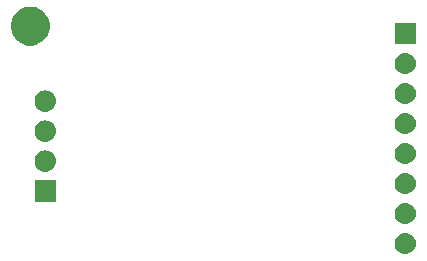
<source format=gbs>
G04 #@! TF.GenerationSoftware,KiCad,Pcbnew,(5.1.4)-1*
G04 #@! TF.CreationDate,2020-05-30T22:46:28-05:00*
G04 #@! TF.ProjectId,TrackballMod,54726163-6b62-4616-9c6c-4d6f642e6b69,rev?*
G04 #@! TF.SameCoordinates,Original*
G04 #@! TF.FileFunction,Soldermask,Bot*
G04 #@! TF.FilePolarity,Negative*
%FSLAX46Y46*%
G04 Gerber Fmt 4.6, Leading zero omitted, Abs format (unit mm)*
G04 Created by KiCad (PCBNEW (5.1.4)-1) date 2020-05-30 22:46:28*
%MOMM*%
%LPD*%
G04 APERTURE LIST*
%ADD10C,0.100000*%
G04 APERTURE END LIST*
D10*
G36*
X119556627Y-69597037D02*
G01*
X119726466Y-69648557D01*
X119876533Y-69728770D01*
X119882993Y-69732223D01*
X120020186Y-69844814D01*
X120132777Y-69982007D01*
X120132778Y-69982009D01*
X120216443Y-70138534D01*
X120267963Y-70308373D01*
X120285359Y-70485000D01*
X120267963Y-70661627D01*
X120216443Y-70831466D01*
X120136230Y-70981533D01*
X120132777Y-70987993D01*
X120020186Y-71125186D01*
X119882993Y-71237777D01*
X119882991Y-71237778D01*
X119726466Y-71321443D01*
X119556627Y-71372963D01*
X119424258Y-71386000D01*
X119335742Y-71386000D01*
X119203373Y-71372963D01*
X119033534Y-71321443D01*
X118877009Y-71237778D01*
X118877007Y-71237777D01*
X118739814Y-71125186D01*
X118627223Y-70987993D01*
X118623770Y-70981533D01*
X118543557Y-70831466D01*
X118492037Y-70661627D01*
X118474641Y-70485000D01*
X118492037Y-70308373D01*
X118543557Y-70138534D01*
X118627222Y-69982009D01*
X118627223Y-69982007D01*
X118739814Y-69844814D01*
X118877007Y-69732223D01*
X118883467Y-69728770D01*
X119033534Y-69648557D01*
X119203373Y-69597037D01*
X119335742Y-69584000D01*
X119424258Y-69584000D01*
X119556627Y-69597037D01*
X119556627Y-69597037D01*
G37*
G36*
X119556627Y-67057037D02*
G01*
X119726466Y-67108557D01*
X119876533Y-67188770D01*
X119882993Y-67192223D01*
X120020186Y-67304814D01*
X120132777Y-67442007D01*
X120132778Y-67442009D01*
X120216443Y-67598534D01*
X120267963Y-67768373D01*
X120285359Y-67945000D01*
X120267963Y-68121627D01*
X120216443Y-68291466D01*
X120136230Y-68441533D01*
X120132777Y-68447993D01*
X120020186Y-68585186D01*
X119882993Y-68697777D01*
X119882991Y-68697778D01*
X119726466Y-68781443D01*
X119556627Y-68832963D01*
X119424258Y-68846000D01*
X119335742Y-68846000D01*
X119203373Y-68832963D01*
X119033534Y-68781443D01*
X118877009Y-68697778D01*
X118877007Y-68697777D01*
X118739814Y-68585186D01*
X118627223Y-68447993D01*
X118623770Y-68441533D01*
X118543557Y-68291466D01*
X118492037Y-68121627D01*
X118474641Y-67945000D01*
X118492037Y-67768373D01*
X118543557Y-67598534D01*
X118627222Y-67442009D01*
X118627223Y-67442007D01*
X118739814Y-67304814D01*
X118877007Y-67192223D01*
X118883467Y-67188770D01*
X119033534Y-67108557D01*
X119203373Y-67057037D01*
X119335742Y-67044000D01*
X119424258Y-67044000D01*
X119556627Y-67057037D01*
X119556627Y-67057037D01*
G37*
G36*
X89801000Y-66941000D02*
G01*
X87999000Y-66941000D01*
X87999000Y-65139000D01*
X89801000Y-65139000D01*
X89801000Y-66941000D01*
X89801000Y-66941000D01*
G37*
G36*
X119556627Y-64517037D02*
G01*
X119726466Y-64568557D01*
X119876533Y-64648770D01*
X119882993Y-64652223D01*
X120020186Y-64764814D01*
X120132777Y-64902007D01*
X120132778Y-64902009D01*
X120216443Y-65058534D01*
X120267963Y-65228373D01*
X120285359Y-65405000D01*
X120267963Y-65581627D01*
X120216443Y-65751466D01*
X120136230Y-65901533D01*
X120132777Y-65907993D01*
X120020186Y-66045186D01*
X119882993Y-66157777D01*
X119882991Y-66157778D01*
X119726466Y-66241443D01*
X119556627Y-66292963D01*
X119424258Y-66306000D01*
X119335742Y-66306000D01*
X119203373Y-66292963D01*
X119033534Y-66241443D01*
X118877009Y-66157778D01*
X118877007Y-66157777D01*
X118739814Y-66045186D01*
X118627223Y-65907993D01*
X118623770Y-65901533D01*
X118543557Y-65751466D01*
X118492037Y-65581627D01*
X118474641Y-65405000D01*
X118492037Y-65228373D01*
X118543557Y-65058534D01*
X118627222Y-64902009D01*
X118627223Y-64902007D01*
X118739814Y-64764814D01*
X118877007Y-64652223D01*
X118883467Y-64648770D01*
X119033534Y-64568557D01*
X119203373Y-64517037D01*
X119335742Y-64504000D01*
X119424258Y-64504000D01*
X119556627Y-64517037D01*
X119556627Y-64517037D01*
G37*
G36*
X89076627Y-62612037D02*
G01*
X89246466Y-62663557D01*
X89396533Y-62743770D01*
X89402993Y-62747223D01*
X89540186Y-62859814D01*
X89652777Y-62997007D01*
X89652778Y-62997009D01*
X89736443Y-63153534D01*
X89787963Y-63323373D01*
X89805359Y-63500000D01*
X89787963Y-63676627D01*
X89736443Y-63846466D01*
X89656230Y-63996533D01*
X89652777Y-64002993D01*
X89540186Y-64140186D01*
X89402993Y-64252777D01*
X89402991Y-64252778D01*
X89246466Y-64336443D01*
X89076627Y-64387963D01*
X88944258Y-64401000D01*
X88855742Y-64401000D01*
X88723373Y-64387963D01*
X88553534Y-64336443D01*
X88397009Y-64252778D01*
X88397007Y-64252777D01*
X88259814Y-64140186D01*
X88147223Y-64002993D01*
X88143770Y-63996533D01*
X88063557Y-63846466D01*
X88012037Y-63676627D01*
X87994641Y-63500000D01*
X88012037Y-63323373D01*
X88063557Y-63153534D01*
X88147222Y-62997009D01*
X88147223Y-62997007D01*
X88259814Y-62859814D01*
X88397007Y-62747223D01*
X88403467Y-62743770D01*
X88553534Y-62663557D01*
X88723373Y-62612037D01*
X88855742Y-62599000D01*
X88944258Y-62599000D01*
X89076627Y-62612037D01*
X89076627Y-62612037D01*
G37*
G36*
X119556627Y-61977037D02*
G01*
X119726466Y-62028557D01*
X119876533Y-62108770D01*
X119882993Y-62112223D01*
X120020186Y-62224814D01*
X120132777Y-62362007D01*
X120132778Y-62362009D01*
X120216443Y-62518534D01*
X120267963Y-62688373D01*
X120285359Y-62865000D01*
X120267963Y-63041627D01*
X120216443Y-63211466D01*
X120156627Y-63323373D01*
X120132777Y-63367993D01*
X120020186Y-63505186D01*
X119882993Y-63617777D01*
X119882991Y-63617778D01*
X119726466Y-63701443D01*
X119556627Y-63752963D01*
X119424258Y-63766000D01*
X119335742Y-63766000D01*
X119203373Y-63752963D01*
X119033534Y-63701443D01*
X118877009Y-63617778D01*
X118877007Y-63617777D01*
X118739814Y-63505186D01*
X118627223Y-63367993D01*
X118603373Y-63323373D01*
X118543557Y-63211466D01*
X118492037Y-63041627D01*
X118474641Y-62865000D01*
X118492037Y-62688373D01*
X118543557Y-62518534D01*
X118627222Y-62362009D01*
X118627223Y-62362007D01*
X118739814Y-62224814D01*
X118877007Y-62112223D01*
X118883467Y-62108770D01*
X119033534Y-62028557D01*
X119203373Y-61977037D01*
X119335742Y-61964000D01*
X119424258Y-61964000D01*
X119556627Y-61977037D01*
X119556627Y-61977037D01*
G37*
G36*
X89076627Y-60072037D02*
G01*
X89246466Y-60123557D01*
X89396533Y-60203770D01*
X89402993Y-60207223D01*
X89540186Y-60319814D01*
X89652777Y-60457007D01*
X89652778Y-60457009D01*
X89736443Y-60613534D01*
X89787963Y-60783373D01*
X89805359Y-60960000D01*
X89787963Y-61136627D01*
X89736443Y-61306466D01*
X89656230Y-61456533D01*
X89652777Y-61462993D01*
X89540186Y-61600186D01*
X89402993Y-61712777D01*
X89402991Y-61712778D01*
X89246466Y-61796443D01*
X89076627Y-61847963D01*
X88944258Y-61861000D01*
X88855742Y-61861000D01*
X88723373Y-61847963D01*
X88553534Y-61796443D01*
X88397009Y-61712778D01*
X88397007Y-61712777D01*
X88259814Y-61600186D01*
X88147223Y-61462993D01*
X88143770Y-61456533D01*
X88063557Y-61306466D01*
X88012037Y-61136627D01*
X87994641Y-60960000D01*
X88012037Y-60783373D01*
X88063557Y-60613534D01*
X88147222Y-60457009D01*
X88147223Y-60457007D01*
X88259814Y-60319814D01*
X88397007Y-60207223D01*
X88403467Y-60203770D01*
X88553534Y-60123557D01*
X88723373Y-60072037D01*
X88855742Y-60059000D01*
X88944258Y-60059000D01*
X89076627Y-60072037D01*
X89076627Y-60072037D01*
G37*
G36*
X119556627Y-59437037D02*
G01*
X119726466Y-59488557D01*
X119876533Y-59568770D01*
X119882993Y-59572223D01*
X120020186Y-59684814D01*
X120132777Y-59822007D01*
X120132778Y-59822009D01*
X120216443Y-59978534D01*
X120267963Y-60148373D01*
X120285359Y-60325000D01*
X120267963Y-60501627D01*
X120216443Y-60671466D01*
X120156627Y-60783373D01*
X120132777Y-60827993D01*
X120020186Y-60965186D01*
X119882993Y-61077777D01*
X119882991Y-61077778D01*
X119726466Y-61161443D01*
X119556627Y-61212963D01*
X119424258Y-61226000D01*
X119335742Y-61226000D01*
X119203373Y-61212963D01*
X119033534Y-61161443D01*
X118877009Y-61077778D01*
X118877007Y-61077777D01*
X118739814Y-60965186D01*
X118627223Y-60827993D01*
X118603373Y-60783373D01*
X118543557Y-60671466D01*
X118492037Y-60501627D01*
X118474641Y-60325000D01*
X118492037Y-60148373D01*
X118543557Y-59978534D01*
X118627222Y-59822009D01*
X118627223Y-59822007D01*
X118739814Y-59684814D01*
X118877007Y-59572223D01*
X118883467Y-59568770D01*
X119033534Y-59488557D01*
X119203373Y-59437037D01*
X119335742Y-59424000D01*
X119424258Y-59424000D01*
X119556627Y-59437037D01*
X119556627Y-59437037D01*
G37*
G36*
X89076627Y-57532037D02*
G01*
X89246466Y-57583557D01*
X89396533Y-57663770D01*
X89402993Y-57667223D01*
X89540186Y-57779814D01*
X89652777Y-57917007D01*
X89652778Y-57917009D01*
X89736443Y-58073534D01*
X89787963Y-58243373D01*
X89805359Y-58420000D01*
X89787963Y-58596627D01*
X89736443Y-58766466D01*
X89656230Y-58916533D01*
X89652777Y-58922993D01*
X89540186Y-59060186D01*
X89402993Y-59172777D01*
X89402991Y-59172778D01*
X89246466Y-59256443D01*
X89076627Y-59307963D01*
X88944258Y-59321000D01*
X88855742Y-59321000D01*
X88723373Y-59307963D01*
X88553534Y-59256443D01*
X88397009Y-59172778D01*
X88397007Y-59172777D01*
X88259814Y-59060186D01*
X88147223Y-58922993D01*
X88143770Y-58916533D01*
X88063557Y-58766466D01*
X88012037Y-58596627D01*
X87994641Y-58420000D01*
X88012037Y-58243373D01*
X88063557Y-58073534D01*
X88147222Y-57917009D01*
X88147223Y-57917007D01*
X88259814Y-57779814D01*
X88397007Y-57667223D01*
X88403467Y-57663770D01*
X88553534Y-57583557D01*
X88723373Y-57532037D01*
X88855742Y-57519000D01*
X88944258Y-57519000D01*
X89076627Y-57532037D01*
X89076627Y-57532037D01*
G37*
G36*
X119556627Y-56897037D02*
G01*
X119726466Y-56948557D01*
X119876533Y-57028770D01*
X119882993Y-57032223D01*
X120020186Y-57144814D01*
X120132777Y-57282007D01*
X120132778Y-57282009D01*
X120216443Y-57438534D01*
X120267963Y-57608373D01*
X120285359Y-57785000D01*
X120267963Y-57961627D01*
X120216443Y-58131466D01*
X120156627Y-58243373D01*
X120132777Y-58287993D01*
X120020186Y-58425186D01*
X119882993Y-58537777D01*
X119882991Y-58537778D01*
X119726466Y-58621443D01*
X119556627Y-58672963D01*
X119424258Y-58686000D01*
X119335742Y-58686000D01*
X119203373Y-58672963D01*
X119033534Y-58621443D01*
X118877009Y-58537778D01*
X118877007Y-58537777D01*
X118739814Y-58425186D01*
X118627223Y-58287993D01*
X118603373Y-58243373D01*
X118543557Y-58131466D01*
X118492037Y-57961627D01*
X118474641Y-57785000D01*
X118492037Y-57608373D01*
X118543557Y-57438534D01*
X118627222Y-57282009D01*
X118627223Y-57282007D01*
X118739814Y-57144814D01*
X118877007Y-57032223D01*
X118883467Y-57028770D01*
X119033534Y-56948557D01*
X119203373Y-56897037D01*
X119335742Y-56884000D01*
X119424258Y-56884000D01*
X119556627Y-56897037D01*
X119556627Y-56897037D01*
G37*
G36*
X119556627Y-54357037D02*
G01*
X119726466Y-54408557D01*
X119876533Y-54488770D01*
X119882993Y-54492223D01*
X120020186Y-54604814D01*
X120132777Y-54742007D01*
X120132778Y-54742009D01*
X120216443Y-54898534D01*
X120267963Y-55068373D01*
X120285359Y-55245000D01*
X120267963Y-55421627D01*
X120216443Y-55591466D01*
X120136230Y-55741533D01*
X120132777Y-55747993D01*
X120020186Y-55885186D01*
X119882993Y-55997777D01*
X119882991Y-55997778D01*
X119726466Y-56081443D01*
X119556627Y-56132963D01*
X119424258Y-56146000D01*
X119335742Y-56146000D01*
X119203373Y-56132963D01*
X119033534Y-56081443D01*
X118877009Y-55997778D01*
X118877007Y-55997777D01*
X118739814Y-55885186D01*
X118627223Y-55747993D01*
X118623770Y-55741533D01*
X118543557Y-55591466D01*
X118492037Y-55421627D01*
X118474641Y-55245000D01*
X118492037Y-55068373D01*
X118543557Y-54898534D01*
X118627222Y-54742009D01*
X118627223Y-54742007D01*
X118739814Y-54604814D01*
X118877007Y-54492223D01*
X118883467Y-54488770D01*
X119033534Y-54408557D01*
X119203373Y-54357037D01*
X119335742Y-54344000D01*
X119424258Y-54344000D01*
X119556627Y-54357037D01*
X119556627Y-54357037D01*
G37*
G36*
X88111579Y-50482447D02*
G01*
X88412043Y-50606903D01*
X88682448Y-50787582D01*
X88912418Y-51017552D01*
X89093097Y-51287957D01*
X89217553Y-51588421D01*
X89281000Y-51907391D01*
X89281000Y-52232609D01*
X89217553Y-52551579D01*
X89093097Y-52852043D01*
X88912418Y-53122448D01*
X88682448Y-53352418D01*
X88412043Y-53533097D01*
X88236039Y-53606000D01*
X88111579Y-53657553D01*
X87792609Y-53721000D01*
X87467391Y-53721000D01*
X87148421Y-53657553D01*
X87023961Y-53606000D01*
X86847957Y-53533097D01*
X86577552Y-53352418D01*
X86347582Y-53122448D01*
X86166903Y-52852043D01*
X86042447Y-52551579D01*
X85979000Y-52232609D01*
X85979000Y-51907391D01*
X86042447Y-51588421D01*
X86166903Y-51287957D01*
X86347582Y-51017552D01*
X86577552Y-50787582D01*
X86847957Y-50606903D01*
X87148421Y-50482447D01*
X87467391Y-50419000D01*
X87792609Y-50419000D01*
X88111579Y-50482447D01*
X88111579Y-50482447D01*
G37*
G36*
X120281000Y-53606000D02*
G01*
X118479000Y-53606000D01*
X118479000Y-51804000D01*
X120281000Y-51804000D01*
X120281000Y-53606000D01*
X120281000Y-53606000D01*
G37*
M02*

</source>
